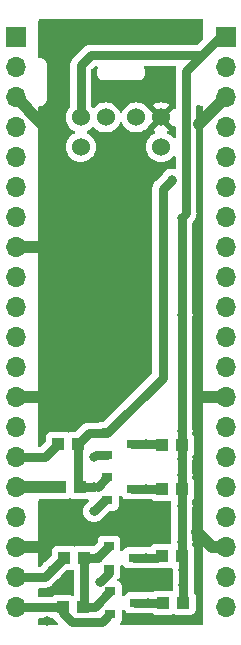
<source format=gbr>
%TF.GenerationSoftware,KiCad,Pcbnew,6.0.11+dfsg-1*%
%TF.CreationDate,2024-09-22T16:02:17-05:00*%
%TF.ProjectId,ps2_pico_hat,7073325f-7069-4636-9f5f-6861742e6b69,rev?*%
%TF.SameCoordinates,Original*%
%TF.FileFunction,Copper,L1,Top*%
%TF.FilePolarity,Positive*%
%FSLAX46Y46*%
G04 Gerber Fmt 4.6, Leading zero omitted, Abs format (unit mm)*
G04 Created by KiCad (PCBNEW 6.0.11+dfsg-1) date 2024-09-22 16:02:17*
%MOMM*%
%LPD*%
G01*
G04 APERTURE LIST*
%TA.AperFunction,ComponentPad*%
%ADD10R,1.700000X1.700000*%
%TD*%
%TA.AperFunction,ComponentPad*%
%ADD11O,1.700000X1.700000*%
%TD*%
%TA.AperFunction,SMDPad,CuDef*%
%ADD12R,1.100000X1.000000*%
%TD*%
%TA.AperFunction,SMDPad,CuDef*%
%ADD13R,0.900000X0.800000*%
%TD*%
%TA.AperFunction,ComponentPad*%
%ADD14C,1.524000*%
%TD*%
%TA.AperFunction,ViaPad*%
%ADD15C,0.800000*%
%TD*%
%TA.AperFunction,Conductor*%
%ADD16C,0.750000*%
%TD*%
%TA.AperFunction,Conductor*%
%ADD17C,0.250000*%
%TD*%
%TA.AperFunction,Conductor*%
%ADD18C,1.000000*%
%TD*%
G04 APERTURE END LIST*
D10*
%TO.P,J1,1,Pin_1*%
%TO.N,unconnected-(J1-Pad1)*%
X99949000Y-80010000D03*
D11*
%TO.P,J1,2,Pin_2*%
%TO.N,unconnected-(J1-Pad2)*%
X99949000Y-82550000D03*
%TO.P,J1,3,GND*%
%TO.N,/GND*%
X99949000Y-85090000D03*
%TO.P,J1,4,Pin_4*%
%TO.N,unconnected-(J1-Pad4)*%
X99949000Y-87630000D03*
%TO.P,J1,5,Pin_5*%
%TO.N,unconnected-(J1-Pad5)*%
X99949000Y-90170000D03*
%TO.P,J1,6,Pin_6*%
%TO.N,unconnected-(J1-Pad6)*%
X99949000Y-92710000D03*
%TO.P,J1,7,Pin_7*%
%TO.N,unconnected-(J1-Pad7)*%
X99949000Y-95250000D03*
%TO.P,J1,8,GND*%
%TO.N,/GND*%
X99949000Y-97790000D03*
%TO.P,J1,9,Pin_9*%
%TO.N,unconnected-(J1-Pad9)*%
X99949000Y-100330000D03*
%TO.P,J1,10,Pin_10*%
%TO.N,unconnected-(J1-Pad10)*%
X99949000Y-102870000D03*
%TO.P,J1,11,Pin_11*%
%TO.N,unconnected-(J1-Pad11)*%
X99949000Y-105410000D03*
%TO.P,J1,12,Pin_12*%
%TO.N,unconnected-(J1-Pad12)*%
X99949000Y-107950000D03*
%TO.P,J1,13,GND*%
%TO.N,/GND*%
X99949000Y-110490000D03*
%TO.P,J1,14,Pin_14*%
%TO.N,unconnected-(J1-Pad14)*%
X99949000Y-113030000D03*
%TO.P,J1,15,Pin_15*%
%TO.N,/LV1*%
X99949000Y-115570000D03*
%TO.P,J1,16,Pin_16*%
%TO.N,/LV2*%
X99949000Y-118110000D03*
%TO.P,J1,17,LV*%
%TO.N,LV*%
X99949000Y-120650000D03*
%TO.P,J1,18,GND*%
%TO.N,/GND*%
X99949000Y-123190000D03*
%TO.P,J1,19,Pin_19*%
%TO.N,/LV3*%
X99949000Y-125730000D03*
%TO.P,J1,20,Pin_20*%
%TO.N,/LV4*%
X99949000Y-128270000D03*
%TD*%
D12*
%TO.P,R7,1,1*%
%TO.N,HV*%
X114134000Y-127889000D03*
%TO.P,R7,2,2*%
%TO.N,/HV4*%
X112434000Y-127889000D03*
%TD*%
%TO.P,R6,1,1*%
%TO.N,LV*%
X105625000Y-128270000D03*
%TO.P,R6,2,2*%
%TO.N,/LV4*%
X103925000Y-128270000D03*
%TD*%
%TO.P,R1,1,1*%
%TO.N,LV*%
X105752000Y-124079000D03*
%TO.P,R1,2,2*%
%TO.N,/LV3*%
X104052000Y-124079000D03*
%TD*%
D13*
%TO.P,Q4,1,G*%
%TO.N,LV*%
X107839000Y-123129000D03*
%TO.P,Q4,2,S*%
%TO.N,/LV3*%
X107839000Y-125029000D03*
%TO.P,Q4,3,D*%
%TO.N,/HV3*%
X109939000Y-124079000D03*
%TD*%
%TO.P,Q1,1,G*%
%TO.N,LV*%
X107712000Y-113477000D03*
%TO.P,Q1,2,S*%
%TO.N,/LV1*%
X107712000Y-115377000D03*
%TO.P,Q1,3,D*%
%TO.N,/HV1*%
X109812000Y-114427000D03*
%TD*%
%TO.P,Q3,1,G*%
%TO.N,LV*%
X107712000Y-117287000D03*
%TO.P,Q3,2,S*%
%TO.N,/LV2*%
X107712000Y-119187000D03*
%TO.P,Q3,3,D*%
%TO.N,/HV2*%
X109812000Y-118237000D03*
%TD*%
D12*
%TO.P,R4,1,1*%
%TO.N,HV*%
X114007000Y-114554000D03*
%TO.P,R4,2,2*%
%TO.N,/HV1*%
X112307000Y-114554000D03*
%TD*%
%TO.P,R2,1,1*%
%TO.N,LV*%
X105371000Y-118110000D03*
%TO.P,R2,2,2*%
%TO.N,/LV2*%
X103671000Y-118110000D03*
%TD*%
D13*
%TO.P,Q2,1,G*%
%TO.N,LV*%
X107966000Y-126939000D03*
%TO.P,Q2,2,S*%
%TO.N,/LV4*%
X107966000Y-128839000D03*
%TO.P,Q2,3,D*%
%TO.N,/HV4*%
X110066000Y-127889000D03*
%TD*%
D11*
%TO.P,J3,21,Pin_21*%
%TO.N,unconnected-(J3-Pad21)*%
X117729000Y-128270000D03*
%TO.P,J3,22,Pin_22*%
%TO.N,unconnected-(J3-Pad22)*%
X117729000Y-125730000D03*
%TO.P,J3,23,GND*%
%TO.N,/GND*%
X117729000Y-123190000D03*
%TO.P,J3,24,Pin_24*%
%TO.N,unconnected-(J3-Pad24)*%
X117729000Y-120650000D03*
%TO.P,J3,25,Pin_25*%
%TO.N,unconnected-(J3-Pad25)*%
X117729000Y-118110000D03*
%TO.P,J3,26,Pin_26*%
%TO.N,unconnected-(J3-Pad26)*%
X117729000Y-115570000D03*
%TO.P,J3,27,Pin_27*%
%TO.N,unconnected-(J3-Pad27)*%
X117729000Y-113030000D03*
%TO.P,J3,28,GND*%
%TO.N,/GND*%
X117729000Y-110490000D03*
%TO.P,J3,29,Pin_29*%
%TO.N,unconnected-(J3-Pad29)*%
X117729000Y-107950000D03*
%TO.P,J3,30,Pin_30*%
%TO.N,unconnected-(J3-Pad30)*%
X117729000Y-105410000D03*
%TO.P,J3,31,Pin_31*%
%TO.N,unconnected-(J3-Pad31)*%
X117729000Y-102870000D03*
%TO.P,J3,32,Pin_32*%
%TO.N,unconnected-(J3-Pad32)*%
X117729000Y-100330000D03*
%TO.P,J3,33,Pin_33*%
%TO.N,unconnected-(J3-Pad33)*%
X117729000Y-97790000D03*
%TO.P,J3,34,Pin_34*%
%TO.N,unconnected-(J3-Pad34)*%
X117729000Y-95250000D03*
%TO.P,J3,35,Pin_35*%
%TO.N,unconnected-(J3-Pad35)*%
X117729000Y-92710000D03*
%TO.P,J3,36,LV*%
%TO.N,LV*%
X117729000Y-90170000D03*
%TO.P,J3,37,Pin_37*%
%TO.N,unconnected-(J3-Pad37)*%
X117729000Y-87630000D03*
%TO.P,J3,38,GND*%
%TO.N,/GND*%
X117729000Y-85090000D03*
%TO.P,J3,39,Pin_39*%
%TO.N,unconnected-(J3-Pad39)*%
X117729000Y-82550000D03*
D10*
%TO.P,J3,40,Pin_40*%
%TO.N,HV*%
X117729000Y-80010000D03*
%TD*%
D12*
%TO.P,R5,1,1*%
%TO.N,HV*%
X114007000Y-123952000D03*
%TO.P,R5,2,2*%
%TO.N,/HV3*%
X112307000Y-123952000D03*
%TD*%
%TO.P,R3,1,1*%
%TO.N,LV*%
X105244000Y-114427000D03*
%TO.P,R3,2,2*%
%TO.N,/LV1*%
X103544000Y-114427000D03*
%TD*%
%TO.P,R8,1,1*%
%TO.N,HV*%
X114007000Y-118237000D03*
%TO.P,R8,2,2*%
%TO.N,/HV2*%
X112307000Y-118237000D03*
%TD*%
D14*
%TO.P,Mini-DIN-6,1*%
%TO.N,/HV3*%
X107550000Y-86800000D03*
%TO.P,Mini-DIN-6,2*%
%TO.N,/HV1*%
X110150000Y-86800000D03*
%TO.P,Mini-DIN-6,3*%
%TO.N,HV*%
X105450000Y-86800000D03*
%TO.P,Mini-DIN-6,4*%
%TO.N,/GND*%
X112250000Y-86800000D03*
%TO.P,Mini-DIN-6,5*%
%TO.N,/HV4*%
X105450000Y-89300000D03*
%TO.P,Mini-DIN-6,6*%
%TO.N,/HV2*%
X112250000Y-89300000D03*
%TD*%
D15*
%TO.N,/LV3*%
X103016500Y-125114500D03*
X107061000Y-126111000D03*
%TO.N,/GND*%
X115316000Y-121920000D03*
X115189000Y-129159000D03*
X107188000Y-88900000D03*
X111633000Y-84582000D03*
X102108000Y-87249000D03*
X115443000Y-110490000D03*
X110871000Y-125857000D03*
X115443000Y-87376000D03*
X102616000Y-129413000D03*
X102235000Y-123190000D03*
X102870000Y-97790000D03*
X102362000Y-110490000D03*
X106426000Y-104394000D03*
X106299000Y-111633000D03*
X104902000Y-92710000D03*
X113538000Y-79756000D03*
X103505000Y-80391000D03*
X104521000Y-119761000D03*
X104013000Y-126492000D03*
%TO.N,LV*%
X106553000Y-118110000D03*
X113157000Y-92075000D03*
X106911500Y-124056500D03*
%TO.N,/LV2*%
X106553000Y-120142000D03*
X102362000Y-118110000D03*
%TO.N,/LV1*%
X106553000Y-115570000D03*
X102401000Y-115570000D03*
%TO.N,/HV1*%
X110998000Y-114427000D03*
%TO.N,/HV2*%
X110998000Y-118237000D03*
%TO.N,/HV3*%
X110998000Y-124079000D03*
%TO.N,/HV4*%
X111125000Y-127889000D03*
%TO.N,HV*%
X114007000Y-122721000D03*
X114007000Y-117094000D03*
X114007000Y-119673000D03*
X114007000Y-113372000D03*
X114007000Y-95289000D03*
X114007000Y-103544000D03*
X114007000Y-115736000D03*
X114134000Y-126404000D03*
X114134000Y-125095000D03*
%TD*%
D16*
%TO.N,/LV4*%
X107215000Y-129540000D02*
X107656800Y-129098200D01*
X104688600Y-129540000D02*
X107215000Y-129540000D01*
X99949000Y-128270000D02*
X103925000Y-128270000D01*
X103925000Y-128270000D02*
X103925000Y-128776400D01*
X103925000Y-128776400D02*
X104688600Y-129540000D01*
D17*
X107966000Y-128839000D02*
X107916000Y-128839000D01*
X107916000Y-128839000D02*
X107656800Y-129098200D01*
D16*
%TO.N,/LV3*%
X104052000Y-124079000D02*
X103016500Y-125114500D01*
D17*
X107839000Y-125029000D02*
X107839000Y-125333000D01*
D16*
X103016500Y-125114500D02*
X102401000Y-125730000D01*
X102401000Y-125730000D02*
X99949000Y-125730000D01*
X107839000Y-125333000D02*
X107061000Y-126111000D01*
D18*
%TO.N,/GND*%
X99949000Y-123190000D02*
X102235000Y-123190000D01*
X99949000Y-110490000D02*
X102362000Y-110490000D01*
X117729000Y-85090000D02*
X115443000Y-87376000D01*
X116586000Y-123190000D02*
X115316000Y-121920000D01*
X117729000Y-110490000D02*
X115443000Y-110490000D01*
X99949000Y-85090000D02*
X102108000Y-87249000D01*
X117729000Y-123190000D02*
X116586000Y-123190000D01*
X99949000Y-97790000D02*
X102870000Y-97790000D01*
D16*
%TO.N,LV*%
X112395000Y-108839000D02*
X107757000Y-113477000D01*
X105244000Y-114427000D02*
X105244000Y-117983000D01*
X105752000Y-124079000D02*
X106889000Y-124079000D01*
X107651000Y-113538000D02*
X107712000Y-113477000D01*
X112395000Y-92837000D02*
X112395000Y-108839000D01*
X106133000Y-113538000D02*
X107651000Y-113538000D01*
D17*
X105752000Y-128143000D02*
X105625000Y-128270000D01*
D16*
X113157000Y-92075000D02*
X112395000Y-92837000D01*
X105371000Y-118110000D02*
X106553000Y-118110000D01*
D17*
X106553000Y-118110000D02*
X106889000Y-118110000D01*
X106889000Y-124079000D02*
X106911500Y-124056500D01*
X105244000Y-117983000D02*
X105371000Y-118110000D01*
D16*
X106635000Y-128270000D02*
X107966000Y-126939000D01*
X105625000Y-128270000D02*
X106635000Y-128270000D01*
X106911500Y-124056500D02*
X107839000Y-123129000D01*
X107757000Y-113477000D02*
X107712000Y-113477000D01*
X106889000Y-118110000D02*
X107712000Y-117287000D01*
X105244000Y-114427000D02*
X106133000Y-113538000D01*
X105752000Y-124079000D02*
X105752000Y-128143000D01*
D18*
%TO.N,/LV2*%
X103671000Y-118110000D02*
X102362000Y-118110000D01*
D17*
X107712000Y-119187000D02*
X107508000Y-119187000D01*
D16*
X107508000Y-119187000D02*
X106553000Y-120142000D01*
D18*
X102362000Y-118110000D02*
X99949000Y-118110000D01*
D17*
%TO.N,/LV1*%
X106553000Y-115570000D02*
X106746000Y-115377000D01*
D16*
X103544000Y-114427000D02*
X102401000Y-115570000D01*
X106746000Y-115377000D02*
X107712000Y-115377000D01*
X102401000Y-115570000D02*
X99949000Y-115570000D01*
%TO.N,/HV1*%
X109812000Y-114427000D02*
X110998000Y-114427000D01*
X110998000Y-114427000D02*
X112053000Y-114427000D01*
%TO.N,/HV2*%
X109812000Y-118237000D02*
X110998000Y-118237000D01*
X110998000Y-118237000D02*
X112053000Y-118237000D01*
%TO.N,/HV3*%
X110998000Y-124079000D02*
X111926000Y-124079000D01*
X109939000Y-124079000D02*
X110998000Y-124079000D01*
D17*
X111926000Y-124079000D02*
X112053000Y-124206000D01*
%TO.N,/HV4*%
X112053000Y-127889000D02*
X112180000Y-128016000D01*
D16*
X111125000Y-127889000D02*
X112053000Y-127889000D01*
X110066000Y-127889000D02*
X111125000Y-127889000D01*
%TO.N,HV*%
X114134000Y-126404000D02*
X114134000Y-125095000D01*
X114007000Y-117094000D02*
X114007000Y-115736000D01*
X115697000Y-81534000D02*
X114364800Y-82866200D01*
X105450000Y-82383000D02*
X106299000Y-81534000D01*
D17*
X114134000Y-124079000D02*
X114007000Y-123952000D01*
D16*
X115697000Y-81534000D02*
X117221000Y-80010000D01*
X114134000Y-127889000D02*
X114134000Y-126404000D01*
X114134000Y-125095000D02*
X114134000Y-124079000D01*
X117729000Y-80010000D02*
X117265986Y-80010000D01*
X114007000Y-122721000D02*
X114007000Y-118237000D01*
X106299000Y-81534000D02*
X115697000Y-81534000D01*
X114007000Y-115736000D02*
X114007000Y-114554000D01*
X114007000Y-95289000D02*
X114007000Y-103544000D01*
X114007000Y-103544000D02*
X114007000Y-114554000D01*
X105450000Y-86800000D02*
X105450000Y-82383000D01*
X117221000Y-80010000D02*
X117729000Y-80010000D01*
X114007000Y-118237000D02*
X114007000Y-117094000D01*
X114007000Y-123952000D02*
X114007000Y-122721000D01*
X114364800Y-94931200D02*
X114007000Y-95289000D01*
X114364800Y-82866200D02*
X114364800Y-94931200D01*
%TD*%
%TA.AperFunction,Conductor*%
%TO.N,/GND*%
G36*
X103064889Y-129173502D02*
G01*
X103072333Y-129178674D01*
X103128295Y-129220615D01*
X103136696Y-129223764D01*
X103140478Y-129225835D01*
X103178679Y-129261273D01*
X103179954Y-129260240D01*
X103188391Y-129270659D01*
X103199589Y-129286952D01*
X103206296Y-129298569D01*
X103210713Y-129303475D01*
X103210717Y-129303480D01*
X103250747Y-129347938D01*
X103255031Y-129352954D01*
X103258077Y-129356715D01*
X103267528Y-129368386D01*
X103281573Y-129382431D01*
X103286114Y-129387216D01*
X103330566Y-129436585D01*
X103341426Y-129444475D01*
X103356454Y-129457312D01*
X103477547Y-129578405D01*
X103511573Y-129640717D01*
X103506508Y-129711532D01*
X103463961Y-129768368D01*
X103397441Y-129793179D01*
X103388452Y-129793500D01*
X101980000Y-129793500D01*
X101911879Y-129773498D01*
X101865386Y-129719842D01*
X101854000Y-129667500D01*
X101854000Y-129279500D01*
X101874002Y-129211379D01*
X101927658Y-129164886D01*
X101980000Y-129153500D01*
X102996768Y-129153500D01*
X103064889Y-129173502D01*
G37*
%TD.AperFunction*%
%TA.AperFunction,Conductor*%
G36*
X115427064Y-85761523D02*
G01*
X115434515Y-85766352D01*
X115443108Y-85768922D01*
X115443113Y-85768924D01*
X115459120Y-85773711D01*
X115476564Y-85780372D01*
X115491676Y-85787467D01*
X115491678Y-85787468D01*
X115499800Y-85791281D01*
X115508667Y-85792662D01*
X115508668Y-85792662D01*
X115511353Y-85793080D01*
X115529017Y-85795830D01*
X115545732Y-85799613D01*
X115565466Y-85805515D01*
X115565472Y-85805516D01*
X115574066Y-85808086D01*
X115583037Y-85808141D01*
X115583038Y-85808141D01*
X115593097Y-85808202D01*
X115608506Y-85808296D01*
X115609289Y-85808329D01*
X115610386Y-85808500D01*
X115641377Y-85808500D01*
X115642147Y-85808502D01*
X115698770Y-85808848D01*
X115766767Y-85829266D01*
X115812931Y-85883205D01*
X115824000Y-85934846D01*
X115824000Y-129667500D01*
X115803998Y-129735621D01*
X115750342Y-129782114D01*
X115698000Y-129793500D01*
X108887826Y-129793500D01*
X108819705Y-129773498D01*
X108773212Y-129719842D01*
X108763108Y-129649568D01*
X108787000Y-129591935D01*
X108861229Y-129492891D01*
X108866615Y-129485705D01*
X108917745Y-129349316D01*
X108924500Y-129287134D01*
X108924500Y-128585592D01*
X108944502Y-128517471D01*
X108998158Y-128470978D01*
X109068432Y-128460874D01*
X109133012Y-128490368D01*
X109161019Y-128525082D01*
X109162236Y-128527304D01*
X109165385Y-128535705D01*
X109252739Y-128652261D01*
X109369295Y-128739615D01*
X109505684Y-128790745D01*
X109567866Y-128797500D01*
X110564134Y-128797500D01*
X110626316Y-128790745D01*
X110653596Y-128780518D01*
X110697826Y-128772500D01*
X110898653Y-128772500D01*
X110924850Y-128775253D01*
X111023056Y-128796128D01*
X111023061Y-128796128D01*
X111029513Y-128797500D01*
X111220487Y-128797500D01*
X111226939Y-128796128D01*
X111226944Y-128796128D01*
X111325150Y-128775253D01*
X111351347Y-128772500D01*
X111505768Y-128772500D01*
X111573889Y-128792502D01*
X111581333Y-128797674D01*
X111630108Y-128834229D01*
X111630110Y-128834230D01*
X111637295Y-128839615D01*
X111773684Y-128890745D01*
X111835866Y-128897500D01*
X113032134Y-128897500D01*
X113094316Y-128890745D01*
X113141586Y-128873024D01*
X113222301Y-128842766D01*
X113222304Y-128842764D01*
X113230705Y-128839615D01*
X113231024Y-128840466D01*
X113292849Y-128826945D01*
X113337166Y-128839958D01*
X113337295Y-128839615D01*
X113341981Y-128841372D01*
X113341985Y-128841373D01*
X113345696Y-128842764D01*
X113345699Y-128842766D01*
X113426414Y-128873024D01*
X113473684Y-128890745D01*
X113535866Y-128897500D01*
X114732134Y-128897500D01*
X114794316Y-128890745D01*
X114930705Y-128839615D01*
X115047261Y-128752261D01*
X115134615Y-128635705D01*
X115185745Y-128499316D01*
X115192500Y-128437134D01*
X115192500Y-127340866D01*
X115185745Y-127278684D01*
X115134615Y-127142295D01*
X115047261Y-127025739D01*
X115048865Y-127024537D01*
X115020379Y-126972370D01*
X115017500Y-126945587D01*
X115017500Y-126644790D01*
X115023667Y-126605854D01*
X115025502Y-126600206D01*
X115027542Y-126593928D01*
X115030996Y-126561071D01*
X115046814Y-126410565D01*
X115047504Y-126404000D01*
X115038580Y-126319093D01*
X115028232Y-126220635D01*
X115028232Y-126220633D01*
X115027542Y-126214072D01*
X115023667Y-126202146D01*
X115017500Y-126163210D01*
X115017500Y-125335790D01*
X115023667Y-125296854D01*
X115025502Y-125291206D01*
X115027542Y-125284928D01*
X115044390Y-125124633D01*
X115046814Y-125101565D01*
X115047504Y-125095000D01*
X115038747Y-125011682D01*
X115028232Y-124911635D01*
X115028232Y-124911633D01*
X115027542Y-124905072D01*
X115023667Y-124893146D01*
X115017500Y-124854210D01*
X115017500Y-124695178D01*
X115025518Y-124650949D01*
X115055973Y-124569711D01*
X115055973Y-124569709D01*
X115058745Y-124562316D01*
X115065500Y-124500134D01*
X115065500Y-123403866D01*
X115058745Y-123341684D01*
X115007615Y-123205295D01*
X114920261Y-123088739D01*
X114921865Y-123087537D01*
X114893379Y-123035370D01*
X114890500Y-123008587D01*
X114890500Y-122961790D01*
X114896667Y-122922854D01*
X114898502Y-122917206D01*
X114900542Y-122910928D01*
X114920504Y-122721000D01*
X114900542Y-122531072D01*
X114896667Y-122519146D01*
X114890500Y-122480210D01*
X114890500Y-119913790D01*
X114896667Y-119874854D01*
X114898502Y-119869206D01*
X114900542Y-119862928D01*
X114903614Y-119833705D01*
X114919814Y-119679565D01*
X114920504Y-119673000D01*
X114900542Y-119483072D01*
X114896667Y-119471146D01*
X114890500Y-119432210D01*
X114890500Y-119180413D01*
X114910502Y-119112292D01*
X114920102Y-119100380D01*
X114920261Y-119100261D01*
X114927377Y-119090767D01*
X115002229Y-118990891D01*
X115007615Y-118983705D01*
X115058745Y-118847316D01*
X115065500Y-118785134D01*
X115065500Y-117688866D01*
X115058745Y-117626684D01*
X115007615Y-117490295D01*
X114933776Y-117391771D01*
X114923795Y-117378454D01*
X114898947Y-117311947D01*
X114900874Y-117283963D01*
X114900542Y-117283928D01*
X114919814Y-117100565D01*
X114920504Y-117094000D01*
X114911883Y-117011973D01*
X114901232Y-116910635D01*
X114901232Y-116910633D01*
X114900542Y-116904072D01*
X114896667Y-116892146D01*
X114890500Y-116853210D01*
X114890500Y-115976790D01*
X114896667Y-115937854D01*
X114898502Y-115932206D01*
X114900542Y-115925928D01*
X114920504Y-115736000D01*
X114912817Y-115662860D01*
X114901232Y-115552635D01*
X114901232Y-115552633D01*
X114900542Y-115546072D01*
X114897208Y-115535811D01*
X114897138Y-115533378D01*
X114897129Y-115533334D01*
X114897137Y-115533332D01*
X114895179Y-115464845D01*
X114921827Y-115418434D01*
X114920261Y-115417261D01*
X114962475Y-115360935D01*
X115007615Y-115300705D01*
X115058745Y-115164316D01*
X115065500Y-115102134D01*
X115065500Y-114005866D01*
X115058745Y-113943684D01*
X115007615Y-113807295D01*
X114920261Y-113690739D01*
X114922039Y-113689406D01*
X114893919Y-113637910D01*
X114897208Y-113572189D01*
X114900542Y-113561928D01*
X114904397Y-113525255D01*
X114919814Y-113378565D01*
X114920504Y-113372000D01*
X114900542Y-113182072D01*
X114896667Y-113170146D01*
X114890500Y-113131210D01*
X114890500Y-103784790D01*
X114896667Y-103745854D01*
X114898502Y-103740206D01*
X114900542Y-103733928D01*
X114920504Y-103544000D01*
X114900542Y-103354072D01*
X114896667Y-103342146D01*
X114890500Y-103303210D01*
X114890500Y-95707147D01*
X114910502Y-95639026D01*
X114927405Y-95618052D01*
X114933342Y-95612115D01*
X114948377Y-95599274D01*
X114953884Y-95595273D01*
X114953890Y-95595268D01*
X114959234Y-95591385D01*
X115003694Y-95542007D01*
X115008235Y-95537222D01*
X115022272Y-95523185D01*
X115034769Y-95507753D01*
X115039053Y-95502738D01*
X115079083Y-95458280D01*
X115079087Y-95458275D01*
X115083504Y-95453369D01*
X115090212Y-95441751D01*
X115101407Y-95425463D01*
X115105690Y-95420174D01*
X115105691Y-95420173D01*
X115109848Y-95415039D01*
X115140014Y-95355834D01*
X115143137Y-95350081D01*
X115176364Y-95292531D01*
X115178406Y-95286247D01*
X115178408Y-95286242D01*
X115180508Y-95279779D01*
X115188072Y-95261517D01*
X115191163Y-95255451D01*
X115191166Y-95255442D01*
X115194162Y-95249563D01*
X115211356Y-95185396D01*
X115213222Y-95179094D01*
X115233754Y-95115902D01*
X115235155Y-95102572D01*
X115238758Y-95083129D01*
X115242230Y-95070171D01*
X115245707Y-95003828D01*
X115246224Y-94997259D01*
X115247956Y-94980777D01*
X115248300Y-94977506D01*
X115248300Y-94957645D01*
X115248473Y-94951050D01*
X115251605Y-94891298D01*
X115251605Y-94891294D01*
X115251950Y-94884707D01*
X115249851Y-94871453D01*
X115248300Y-94851744D01*
X115248300Y-85875928D01*
X115268302Y-85807807D01*
X115321958Y-85761314D01*
X115392232Y-85751210D01*
X115427064Y-85761523D01*
G37*
%TD.AperFunction*%
%TA.AperFunction,Conductor*%
G36*
X104784255Y-125083187D02*
G01*
X104841898Y-125124633D01*
X104867983Y-125190665D01*
X104868500Y-125202067D01*
X104868500Y-127192618D01*
X104848498Y-127260739D01*
X104794842Y-127307232D01*
X104724568Y-127317336D01*
X104698273Y-127310601D01*
X104585316Y-127268255D01*
X104523134Y-127261500D01*
X103326866Y-127261500D01*
X103264684Y-127268255D01*
X103128295Y-127319385D01*
X103121110Y-127324770D01*
X103121108Y-127324771D01*
X103072333Y-127361326D01*
X103005826Y-127386174D01*
X102996768Y-127386500D01*
X101980000Y-127386500D01*
X101911879Y-127366498D01*
X101865386Y-127312842D01*
X101854000Y-127260500D01*
X101854000Y-126739500D01*
X101874002Y-126671379D01*
X101927658Y-126624886D01*
X101980000Y-126613500D01*
X102321543Y-126613500D01*
X102341255Y-126615051D01*
X102354507Y-126617150D01*
X102361094Y-126616805D01*
X102361098Y-126616805D01*
X102420850Y-126613673D01*
X102427445Y-126613500D01*
X102447306Y-126613500D01*
X102467069Y-126611423D01*
X102473628Y-126610907D01*
X102489427Y-126610079D01*
X102533377Y-126607776D01*
X102533381Y-126607775D01*
X102539971Y-126607430D01*
X102552929Y-126603958D01*
X102572372Y-126600355D01*
X102572795Y-126600311D01*
X102585702Y-126598954D01*
X102648894Y-126578422D01*
X102655196Y-126576556D01*
X102712985Y-126561071D01*
X102719363Y-126559362D01*
X102725242Y-126556366D01*
X102725251Y-126556363D01*
X102731317Y-126553272D01*
X102749579Y-126545708D01*
X102756043Y-126543608D01*
X102756051Y-126543605D01*
X102762331Y-126541564D01*
X102768050Y-126538262D01*
X102768055Y-126538260D01*
X102819867Y-126508346D01*
X102825637Y-126505213D01*
X102884839Y-126475047D01*
X102895259Y-126466609D01*
X102911552Y-126455411D01*
X102911903Y-126455209D01*
X102923169Y-126448704D01*
X102928075Y-126444287D01*
X102928080Y-126444283D01*
X102972538Y-126404253D01*
X102977554Y-126399969D01*
X102990409Y-126389559D01*
X102990412Y-126389556D01*
X102992986Y-126387472D01*
X103007031Y-126373427D01*
X103011816Y-126368886D01*
X103056274Y-126328856D01*
X103056275Y-126328855D01*
X103061185Y-126324434D01*
X103069075Y-126313574D01*
X103081912Y-126298546D01*
X103472045Y-125908413D01*
X103487079Y-125895572D01*
X103587158Y-125822860D01*
X103627753Y-125793366D01*
X103755540Y-125651444D01*
X103783482Y-125603047D01*
X103803506Y-125576952D01*
X104256053Y-125124405D01*
X104318365Y-125090379D01*
X104345148Y-125087500D01*
X104650134Y-125087500D01*
X104712316Y-125080745D01*
X104715395Y-125079591D01*
X104784255Y-125083187D01*
G37*
%TD.AperFunction*%
%TA.AperFunction,Conductor*%
G36*
X109006012Y-124680368D02*
G01*
X109034019Y-124715082D01*
X109035236Y-124717304D01*
X109038385Y-124725705D01*
X109125739Y-124842261D01*
X109242295Y-124929615D01*
X109378684Y-124980745D01*
X109440866Y-124987500D01*
X110437134Y-124987500D01*
X110499316Y-124980745D01*
X110526596Y-124970518D01*
X110570826Y-124962500D01*
X110771653Y-124962500D01*
X110797850Y-124965253D01*
X110896056Y-124986128D01*
X110896061Y-124986128D01*
X110902513Y-124987500D01*
X111093487Y-124987500D01*
X111099939Y-124986128D01*
X111099944Y-124986128D01*
X111198150Y-124965253D01*
X111224347Y-124962500D01*
X111972306Y-124962500D01*
X111984770Y-124961190D01*
X111997940Y-124960500D01*
X112905134Y-124960500D01*
X112967316Y-124953745D01*
X113055493Y-124920689D01*
X113126299Y-124915506D01*
X113188668Y-124949427D01*
X113222798Y-125011682D01*
X113225032Y-125051841D01*
X113220496Y-125095000D01*
X113221186Y-125101565D01*
X113223611Y-125124633D01*
X113240458Y-125284928D01*
X113242498Y-125291206D01*
X113244333Y-125296854D01*
X113250500Y-125335790D01*
X113250500Y-126163210D01*
X113244333Y-126202146D01*
X113240458Y-126214072D01*
X113239768Y-126220633D01*
X113239768Y-126220635D01*
X113229420Y-126319093D01*
X113220496Y-126404000D01*
X113221186Y-126410565D01*
X113237005Y-126561071D01*
X113240458Y-126593928D01*
X113242498Y-126600206D01*
X113244333Y-126605854D01*
X113250500Y-126644790D01*
X113250500Y-126765933D01*
X113230498Y-126834054D01*
X113176842Y-126880547D01*
X113106568Y-126890651D01*
X113100079Y-126889415D01*
X113094316Y-126887255D01*
X113032134Y-126880500D01*
X111835866Y-126880500D01*
X111773684Y-126887255D01*
X111637295Y-126938385D01*
X111630110Y-126943770D01*
X111630108Y-126943771D01*
X111581333Y-126980326D01*
X111514826Y-127005174D01*
X111505768Y-127005500D01*
X111351347Y-127005500D01*
X111325150Y-127002747D01*
X111226944Y-126981872D01*
X111226939Y-126981872D01*
X111220487Y-126980500D01*
X111029513Y-126980500D01*
X111023061Y-126981872D01*
X111023056Y-126981872D01*
X110924850Y-127002747D01*
X110898653Y-127005500D01*
X110697826Y-127005500D01*
X110653596Y-126997482D01*
X110626316Y-126987255D01*
X110564134Y-126980500D01*
X109567866Y-126980500D01*
X109505684Y-126987255D01*
X109369295Y-127038385D01*
X109252739Y-127125739D01*
X109165385Y-127242295D01*
X109162236Y-127250696D01*
X109161019Y-127252918D01*
X109110760Y-127303064D01*
X109041369Y-127318077D01*
X108974877Y-127293191D01*
X108932395Y-127236307D01*
X108924500Y-127192408D01*
X108924500Y-126490866D01*
X108917745Y-126428684D01*
X108866615Y-126292295D01*
X108779261Y-126175739D01*
X108662705Y-126088385D01*
X108651846Y-126084314D01*
X108607865Y-126067826D01*
X108551100Y-126025184D01*
X108526401Y-125958622D01*
X108541609Y-125889273D01*
X108576530Y-125849018D01*
X108645081Y-125797642D01*
X108652261Y-125792261D01*
X108739615Y-125675705D01*
X108790745Y-125539316D01*
X108797500Y-125477134D01*
X108797500Y-124775592D01*
X108817502Y-124707471D01*
X108871158Y-124660978D01*
X108941432Y-124650874D01*
X109006012Y-124680368D01*
G37*
%TD.AperFunction*%
%TA.AperFunction,Conductor*%
G36*
X108879012Y-118838368D02*
G01*
X108907019Y-118873082D01*
X108908236Y-118875304D01*
X108911385Y-118883705D01*
X108998739Y-119000261D01*
X109115295Y-119087615D01*
X109251684Y-119138745D01*
X109313866Y-119145500D01*
X110310134Y-119145500D01*
X110372316Y-119138745D01*
X110399596Y-119128518D01*
X110443826Y-119120500D01*
X110771653Y-119120500D01*
X110797850Y-119123253D01*
X110896056Y-119144128D01*
X110896061Y-119144128D01*
X110902513Y-119145500D01*
X111093487Y-119145500D01*
X111099939Y-119144128D01*
X111099944Y-119144128D01*
X111198150Y-119123253D01*
X111224347Y-119120500D01*
X111378768Y-119120500D01*
X111446889Y-119140502D01*
X111454333Y-119145674D01*
X111503108Y-119182229D01*
X111503110Y-119182230D01*
X111510295Y-119187615D01*
X111646684Y-119238745D01*
X111708866Y-119245500D01*
X112905134Y-119245500D01*
X112967316Y-119238745D01*
X112970395Y-119237591D01*
X113039255Y-119241187D01*
X113096898Y-119282633D01*
X113122983Y-119348665D01*
X113123500Y-119360067D01*
X113123500Y-119432210D01*
X113117333Y-119471146D01*
X113113458Y-119483072D01*
X113093496Y-119673000D01*
X113094186Y-119679565D01*
X113110387Y-119833705D01*
X113113458Y-119862928D01*
X113115498Y-119869206D01*
X113117333Y-119874854D01*
X113123500Y-119913790D01*
X113123500Y-122480210D01*
X113117333Y-122519146D01*
X113113458Y-122531072D01*
X113093496Y-122721000D01*
X113094186Y-122727564D01*
X113103005Y-122811470D01*
X113090233Y-122881309D01*
X113041731Y-122933155D01*
X112972898Y-122950550D01*
X112964088Y-122949904D01*
X112908533Y-122943869D01*
X112908529Y-122943869D01*
X112905134Y-122943500D01*
X111708866Y-122943500D01*
X111646684Y-122950255D01*
X111510295Y-123001385D01*
X111393739Y-123088739D01*
X111365899Y-123125886D01*
X111351525Y-123145065D01*
X111294666Y-123187580D01*
X111250699Y-123195500D01*
X111224347Y-123195500D01*
X111198150Y-123192747D01*
X111099944Y-123171872D01*
X111099939Y-123171872D01*
X111093487Y-123170500D01*
X110902513Y-123170500D01*
X110896061Y-123171872D01*
X110896056Y-123171872D01*
X110797850Y-123192747D01*
X110771653Y-123195500D01*
X110570826Y-123195500D01*
X110526596Y-123187482D01*
X110499316Y-123177255D01*
X110437134Y-123170500D01*
X109440866Y-123170500D01*
X109378684Y-123177255D01*
X109242295Y-123228385D01*
X109125739Y-123315739D01*
X109038385Y-123432295D01*
X109035236Y-123440696D01*
X109034019Y-123442918D01*
X108983760Y-123493064D01*
X108914369Y-123508077D01*
X108847877Y-123483191D01*
X108805395Y-123426307D01*
X108797500Y-123382408D01*
X108797500Y-122680866D01*
X108790745Y-122618684D01*
X108739615Y-122482295D01*
X108652261Y-122365739D01*
X108535705Y-122278385D01*
X108399316Y-122227255D01*
X108337134Y-122220500D01*
X107340866Y-122220500D01*
X107278684Y-122227255D01*
X107142295Y-122278385D01*
X107025739Y-122365739D01*
X106938385Y-122482295D01*
X106887255Y-122618684D01*
X106880500Y-122680866D01*
X106880500Y-122785852D01*
X106860498Y-122853973D01*
X106843595Y-122874947D01*
X106636218Y-123082324D01*
X106573906Y-123116350D01*
X106502893Y-123111211D01*
X106462102Y-123095919D01*
X106412316Y-123077255D01*
X106350134Y-123070500D01*
X105153866Y-123070500D01*
X105091684Y-123077255D01*
X105044414Y-123094976D01*
X104963699Y-123125234D01*
X104963696Y-123125236D01*
X104955295Y-123128385D01*
X104954976Y-123127534D01*
X104893151Y-123141055D01*
X104848834Y-123128042D01*
X104848705Y-123128385D01*
X104844019Y-123126628D01*
X104844015Y-123126627D01*
X104840304Y-123125236D01*
X104840301Y-123125234D01*
X104759586Y-123094976D01*
X104712316Y-123077255D01*
X104650134Y-123070500D01*
X103453866Y-123070500D01*
X103391684Y-123077255D01*
X103255295Y-123128385D01*
X103138739Y-123215739D01*
X103051385Y-123332295D01*
X103000255Y-123468684D01*
X102993500Y-123530866D01*
X102993500Y-123835852D01*
X102973498Y-123903973D01*
X102956595Y-123924947D01*
X102560955Y-124320587D01*
X102545922Y-124333427D01*
X102405247Y-124435634D01*
X102400826Y-124440544D01*
X102400825Y-124440545D01*
X102284524Y-124569711D01*
X102277460Y-124577556D01*
X102252644Y-124620539D01*
X102249518Y-124625953D01*
X102229494Y-124652048D01*
X102071947Y-124809595D01*
X102009635Y-124843621D01*
X101982852Y-124846500D01*
X101980000Y-124846500D01*
X101911879Y-124826498D01*
X101865386Y-124772842D01*
X101854000Y-124720500D01*
X101854000Y-119244500D01*
X101874002Y-119176379D01*
X101927658Y-119129886D01*
X101980000Y-119118500D01*
X104269134Y-119118500D01*
X104331316Y-119111745D01*
X104410050Y-119082229D01*
X104459301Y-119063766D01*
X104459304Y-119063764D01*
X104467705Y-119060615D01*
X104468024Y-119061466D01*
X104529849Y-119047945D01*
X104574166Y-119060958D01*
X104574295Y-119060615D01*
X104578981Y-119062372D01*
X104578985Y-119062373D01*
X104582696Y-119063764D01*
X104582699Y-119063766D01*
X104631950Y-119082229D01*
X104710684Y-119111745D01*
X104772866Y-119118500D01*
X105969134Y-119118500D01*
X105972529Y-119118131D01*
X105972533Y-119118131D01*
X106014960Y-119113522D01*
X106084842Y-119126050D01*
X106136858Y-119174371D01*
X106154492Y-119243143D01*
X106132145Y-119310531D01*
X106117662Y-119327880D01*
X106097455Y-119348087D01*
X106082422Y-119360927D01*
X105941747Y-119463134D01*
X105813960Y-119605056D01*
X105718473Y-119770444D01*
X105659458Y-119952072D01*
X105639496Y-120142000D01*
X105659458Y-120331928D01*
X105718473Y-120513556D01*
X105813960Y-120678944D01*
X105941747Y-120820866D01*
X106096248Y-120933118D01*
X106102276Y-120935802D01*
X106102278Y-120935803D01*
X106264681Y-121008109D01*
X106270712Y-121010794D01*
X106364112Y-121030647D01*
X106451056Y-121049128D01*
X106451061Y-121049128D01*
X106457513Y-121050500D01*
X106648487Y-121050500D01*
X106654939Y-121049128D01*
X106654944Y-121049128D01*
X106741888Y-121030647D01*
X106835288Y-121010794D01*
X106841319Y-121008109D01*
X107003722Y-120935803D01*
X107003724Y-120935802D01*
X107009752Y-120933118D01*
X107164253Y-120820866D01*
X107292040Y-120678944D01*
X107319982Y-120630547D01*
X107340006Y-120604452D01*
X107812053Y-120132405D01*
X107874365Y-120098379D01*
X107901148Y-120095500D01*
X108210134Y-120095500D01*
X108272316Y-120088745D01*
X108408705Y-120037615D01*
X108525261Y-119950261D01*
X108612615Y-119833705D01*
X108663745Y-119697316D01*
X108670500Y-119635134D01*
X108670500Y-118933592D01*
X108690502Y-118865471D01*
X108744158Y-118818978D01*
X108814432Y-118808874D01*
X108879012Y-118838368D01*
G37*
%TD.AperFunction*%
%TA.AperFunction,Conductor*%
G36*
X115766121Y-78506502D02*
G01*
X115812614Y-78560158D01*
X115824000Y-78612500D01*
X115824000Y-80105352D01*
X115803998Y-80173473D01*
X115787095Y-80194447D01*
X115367947Y-80613595D01*
X115305635Y-80647621D01*
X115278852Y-80650500D01*
X106378450Y-80650500D01*
X106358739Y-80648949D01*
X106352009Y-80647883D01*
X106345493Y-80646851D01*
X106338906Y-80647196D01*
X106338902Y-80647196D01*
X106279169Y-80650327D01*
X106272574Y-80650500D01*
X106252694Y-80650500D01*
X106232912Y-80652579D01*
X106226353Y-80653095D01*
X106199429Y-80654506D01*
X106166627Y-80656225D01*
X106166625Y-80656225D01*
X106160029Y-80656571D01*
X106147074Y-80660042D01*
X106127645Y-80663642D01*
X106120874Y-80664354D01*
X106120867Y-80664356D01*
X106114298Y-80665046D01*
X106051112Y-80685576D01*
X106044817Y-80687441D01*
X105980637Y-80704638D01*
X105974755Y-80707635D01*
X105968683Y-80710728D01*
X105950421Y-80718292D01*
X105943957Y-80720392D01*
X105943949Y-80720395D01*
X105937669Y-80722436D01*
X105931950Y-80725738D01*
X105931945Y-80725740D01*
X105880133Y-80755654D01*
X105874363Y-80758787D01*
X105815161Y-80788953D01*
X105810029Y-80793109D01*
X105804741Y-80797391D01*
X105788448Y-80808589D01*
X105776831Y-80815296D01*
X105771925Y-80819713D01*
X105771920Y-80819717D01*
X105727462Y-80859747D01*
X105722446Y-80864031D01*
X105709591Y-80874441D01*
X105707014Y-80876528D01*
X105692969Y-80890573D01*
X105688184Y-80895114D01*
X105638815Y-80939566D01*
X105630925Y-80950426D01*
X105618088Y-80965454D01*
X104881454Y-81702088D01*
X104866426Y-81714925D01*
X104855566Y-81722815D01*
X104851145Y-81727725D01*
X104851144Y-81727726D01*
X104811114Y-81772184D01*
X104806573Y-81776969D01*
X104792528Y-81791014D01*
X104790444Y-81793588D01*
X104790441Y-81793591D01*
X104780031Y-81806446D01*
X104775747Y-81811462D01*
X104735717Y-81855920D01*
X104735713Y-81855925D01*
X104731296Y-81860831D01*
X104725643Y-81870622D01*
X104724589Y-81872448D01*
X104713391Y-81888741D01*
X104704953Y-81899161D01*
X104674787Y-81958363D01*
X104671654Y-81964133D01*
X104641740Y-82015945D01*
X104641738Y-82015950D01*
X104638436Y-82021669D01*
X104636395Y-82027949D01*
X104636392Y-82027957D01*
X104634292Y-82034421D01*
X104626728Y-82052683D01*
X104623637Y-82058749D01*
X104623634Y-82058758D01*
X104620638Y-82064637D01*
X104618929Y-82071015D01*
X104603444Y-82128804D01*
X104601578Y-82135106D01*
X104581046Y-82198298D01*
X104580356Y-82204866D01*
X104579645Y-82211628D01*
X104576042Y-82231071D01*
X104572570Y-82244029D01*
X104572225Y-82250619D01*
X104572224Y-82250623D01*
X104570065Y-82291820D01*
X104569208Y-82308180D01*
X104569093Y-82310367D01*
X104568577Y-82316931D01*
X104566500Y-82336694D01*
X104566500Y-82356555D01*
X104566327Y-82363150D01*
X104563328Y-82420379D01*
X104562850Y-82429493D01*
X104563882Y-82436007D01*
X104564949Y-82442744D01*
X104566500Y-82462456D01*
X104566500Y-85834552D01*
X104546498Y-85902673D01*
X104529595Y-85923647D01*
X104473023Y-85980219D01*
X104469866Y-85984727D01*
X104469864Y-85984730D01*
X104385834Y-86104738D01*
X104345512Y-86162324D01*
X104343189Y-86167306D01*
X104343186Y-86167311D01*
X104264195Y-86336708D01*
X104251560Y-86363804D01*
X104194022Y-86578537D01*
X104174647Y-86800000D01*
X104194022Y-87021463D01*
X104251560Y-87236196D01*
X104253882Y-87241177D01*
X104253883Y-87241178D01*
X104343186Y-87432689D01*
X104343189Y-87432694D01*
X104345512Y-87437676D01*
X104348668Y-87442183D01*
X104348669Y-87442185D01*
X104460452Y-87601827D01*
X104473023Y-87619781D01*
X104630219Y-87776977D01*
X104634727Y-87780134D01*
X104634730Y-87780136D01*
X104710495Y-87833187D01*
X104812323Y-87904488D01*
X104817305Y-87906811D01*
X104817310Y-87906814D01*
X104879483Y-87935805D01*
X104932768Y-87982722D01*
X104952229Y-88050999D01*
X104931687Y-88118959D01*
X104879483Y-88164195D01*
X104817311Y-88193186D01*
X104817306Y-88193189D01*
X104812324Y-88195512D01*
X104807817Y-88198668D01*
X104807815Y-88198669D01*
X104634730Y-88319864D01*
X104634727Y-88319866D01*
X104630219Y-88323023D01*
X104473023Y-88480219D01*
X104469866Y-88484727D01*
X104469864Y-88484730D01*
X104431841Y-88539033D01*
X104345512Y-88662324D01*
X104343189Y-88667306D01*
X104343186Y-88667311D01*
X104253883Y-88858822D01*
X104251560Y-88863804D01*
X104194022Y-89078537D01*
X104174647Y-89300000D01*
X104194022Y-89521463D01*
X104251560Y-89736196D01*
X104253882Y-89741177D01*
X104253883Y-89741178D01*
X104343186Y-89932689D01*
X104343189Y-89932694D01*
X104345512Y-89937676D01*
X104348668Y-89942183D01*
X104348669Y-89942185D01*
X104469861Y-90115265D01*
X104473023Y-90119781D01*
X104630219Y-90276977D01*
X104634727Y-90280134D01*
X104634730Y-90280136D01*
X104710495Y-90333187D01*
X104812323Y-90404488D01*
X104817305Y-90406811D01*
X104817310Y-90406814D01*
X105008822Y-90496117D01*
X105013804Y-90498440D01*
X105019112Y-90499862D01*
X105019114Y-90499863D01*
X105084949Y-90517503D01*
X105228537Y-90555978D01*
X105450000Y-90575353D01*
X105671463Y-90555978D01*
X105815051Y-90517503D01*
X105880886Y-90499863D01*
X105880888Y-90499862D01*
X105886196Y-90498440D01*
X105891178Y-90496117D01*
X106082690Y-90406814D01*
X106082695Y-90406811D01*
X106087677Y-90404488D01*
X106189505Y-90333187D01*
X106265270Y-90280136D01*
X106265273Y-90280134D01*
X106269781Y-90276977D01*
X106426977Y-90119781D01*
X106430140Y-90115265D01*
X106551331Y-89942185D01*
X106551332Y-89942183D01*
X106554488Y-89937676D01*
X106556811Y-89932694D01*
X106556814Y-89932689D01*
X106646117Y-89741178D01*
X106646118Y-89741177D01*
X106648440Y-89736196D01*
X106705978Y-89521463D01*
X106725353Y-89300000D01*
X106705978Y-89078537D01*
X106648440Y-88863804D01*
X106646117Y-88858822D01*
X106556814Y-88667311D01*
X106556811Y-88667306D01*
X106554488Y-88662324D01*
X106468159Y-88539033D01*
X106430136Y-88484730D01*
X106430134Y-88484727D01*
X106426977Y-88480219D01*
X106269781Y-88323023D01*
X106265273Y-88319866D01*
X106265270Y-88319864D01*
X106189505Y-88266813D01*
X106087677Y-88195512D01*
X106082695Y-88193189D01*
X106082690Y-88193186D01*
X106020517Y-88164195D01*
X105967232Y-88117278D01*
X105947771Y-88049001D01*
X105968313Y-87981041D01*
X106020517Y-87935805D01*
X106082690Y-87906814D01*
X106082695Y-87906811D01*
X106087677Y-87904488D01*
X106189505Y-87833187D01*
X106265270Y-87780136D01*
X106265273Y-87780134D01*
X106269781Y-87776977D01*
X106410905Y-87635853D01*
X106473217Y-87601827D01*
X106544032Y-87606892D01*
X106589095Y-87635853D01*
X106730219Y-87776977D01*
X106734727Y-87780134D01*
X106734730Y-87780136D01*
X106810495Y-87833187D01*
X106912323Y-87904488D01*
X106917305Y-87906811D01*
X106917310Y-87906814D01*
X107108822Y-87996117D01*
X107113804Y-87998440D01*
X107119112Y-87999862D01*
X107119114Y-87999863D01*
X107184949Y-88017503D01*
X107328537Y-88055978D01*
X107550000Y-88075353D01*
X107771463Y-88055978D01*
X107915051Y-88017503D01*
X107980886Y-87999863D01*
X107980888Y-87999862D01*
X107986196Y-87998440D01*
X107991178Y-87996117D01*
X108182690Y-87906814D01*
X108182695Y-87906811D01*
X108187677Y-87904488D01*
X108289505Y-87833187D01*
X108365270Y-87780136D01*
X108365273Y-87780134D01*
X108369781Y-87776977D01*
X108526977Y-87619781D01*
X108539549Y-87601827D01*
X108651331Y-87442185D01*
X108651332Y-87442183D01*
X108654488Y-87437676D01*
X108656811Y-87432694D01*
X108656814Y-87432689D01*
X108735805Y-87263292D01*
X108782723Y-87210007D01*
X108851000Y-87190546D01*
X108918960Y-87211088D01*
X108964195Y-87263292D01*
X109043186Y-87432689D01*
X109043189Y-87432694D01*
X109045512Y-87437676D01*
X109048668Y-87442183D01*
X109048669Y-87442185D01*
X109160452Y-87601827D01*
X109173023Y-87619781D01*
X109330219Y-87776977D01*
X109334727Y-87780134D01*
X109334730Y-87780136D01*
X109410495Y-87833187D01*
X109512323Y-87904488D01*
X109517305Y-87906811D01*
X109517310Y-87906814D01*
X109708822Y-87996117D01*
X109713804Y-87998440D01*
X109719112Y-87999862D01*
X109719114Y-87999863D01*
X109784949Y-88017503D01*
X109928537Y-88055978D01*
X110150000Y-88075353D01*
X110371463Y-88055978D01*
X110515051Y-88017503D01*
X110580886Y-87999863D01*
X110580888Y-87999862D01*
X110586196Y-87998440D01*
X110591178Y-87996117D01*
X110782690Y-87906814D01*
X110782695Y-87906811D01*
X110787677Y-87904488D01*
X110889505Y-87833187D01*
X110965270Y-87780136D01*
X110965273Y-87780134D01*
X110969781Y-87776977D01*
X111126977Y-87619781D01*
X111139549Y-87601827D01*
X111251377Y-87442119D01*
X111265495Y-87425295D01*
X111877978Y-86812812D01*
X111885592Y-86798868D01*
X111885461Y-86797035D01*
X111881210Y-86790420D01*
X111265495Y-86174705D01*
X111251377Y-86157881D01*
X111130136Y-85984730D01*
X111130134Y-85984727D01*
X111126977Y-85980219D01*
X110969781Y-85823023D01*
X110965273Y-85819866D01*
X110965270Y-85819864D01*
X110881652Y-85761314D01*
X110851599Y-85740271D01*
X111555860Y-85740271D01*
X111562928Y-85753718D01*
X112237188Y-86427978D01*
X112251132Y-86435592D01*
X112252965Y-86435461D01*
X112259580Y-86431210D01*
X112937793Y-85752997D01*
X112944223Y-85741223D01*
X112934926Y-85729207D01*
X112891931Y-85699102D01*
X112882445Y-85693624D01*
X112691007Y-85604355D01*
X112680715Y-85600609D01*
X112476691Y-85545941D01*
X112465896Y-85544038D01*
X112255475Y-85525628D01*
X112244525Y-85525628D01*
X112034104Y-85544038D01*
X112023309Y-85545941D01*
X111819285Y-85600609D01*
X111808993Y-85604355D01*
X111617559Y-85693623D01*
X111608068Y-85699103D01*
X111564235Y-85729794D01*
X111555860Y-85740271D01*
X110851599Y-85740271D01*
X110787677Y-85695512D01*
X110782695Y-85693189D01*
X110782690Y-85693186D01*
X110591178Y-85603883D01*
X110591177Y-85603882D01*
X110586196Y-85601560D01*
X110580888Y-85600138D01*
X110580886Y-85600137D01*
X110483050Y-85573922D01*
X110371463Y-85544022D01*
X110150000Y-85524647D01*
X109928537Y-85544022D01*
X109816950Y-85573922D01*
X109719114Y-85600137D01*
X109719112Y-85600138D01*
X109713804Y-85601560D01*
X109708823Y-85603882D01*
X109708822Y-85603883D01*
X109517311Y-85693186D01*
X109517306Y-85693189D01*
X109512324Y-85695512D01*
X109507817Y-85698668D01*
X109507815Y-85698669D01*
X109334730Y-85819864D01*
X109334727Y-85819866D01*
X109330219Y-85823023D01*
X109173023Y-85980219D01*
X109169866Y-85984727D01*
X109169864Y-85984730D01*
X109085834Y-86104738D01*
X109045512Y-86162324D01*
X109043189Y-86167306D01*
X109043186Y-86167311D01*
X108964195Y-86336708D01*
X108917277Y-86389993D01*
X108849000Y-86409454D01*
X108781040Y-86388912D01*
X108735805Y-86336708D01*
X108656814Y-86167311D01*
X108656811Y-86167306D01*
X108654488Y-86162324D01*
X108614166Y-86104738D01*
X108530136Y-85984730D01*
X108530134Y-85984727D01*
X108526977Y-85980219D01*
X108369781Y-85823023D01*
X108365273Y-85819866D01*
X108365270Y-85819864D01*
X108281652Y-85761314D01*
X108187677Y-85695512D01*
X108182695Y-85693189D01*
X108182690Y-85693186D01*
X107991178Y-85603883D01*
X107991177Y-85603882D01*
X107986196Y-85601560D01*
X107980888Y-85600138D01*
X107980886Y-85600137D01*
X107883050Y-85573922D01*
X107771463Y-85544022D01*
X107550000Y-85524647D01*
X107328537Y-85544022D01*
X107216950Y-85573922D01*
X107119114Y-85600137D01*
X107119112Y-85600138D01*
X107113804Y-85601560D01*
X107108823Y-85603882D01*
X107108822Y-85603883D01*
X106917311Y-85693186D01*
X106917306Y-85693189D01*
X106912324Y-85695512D01*
X106907817Y-85698668D01*
X106907815Y-85698669D01*
X106734730Y-85819864D01*
X106734727Y-85819866D01*
X106730219Y-85823023D01*
X106589095Y-85964147D01*
X106526783Y-85998173D01*
X106455968Y-85993108D01*
X106410905Y-85964147D01*
X106370405Y-85923647D01*
X106336379Y-85861335D01*
X106333500Y-85834552D01*
X106333500Y-82801148D01*
X106353502Y-82733027D01*
X106370405Y-82712053D01*
X106628053Y-82454405D01*
X106690365Y-82420379D01*
X106717148Y-82417500D01*
X106792488Y-82417500D01*
X106860609Y-82437502D01*
X106907102Y-82491158D01*
X106917206Y-82561432D01*
X106898220Y-82612033D01*
X106883648Y-82634515D01*
X106881078Y-82643108D01*
X106881076Y-82643113D01*
X106876289Y-82659120D01*
X106869628Y-82676564D01*
X106864228Y-82688066D01*
X106858719Y-82699800D01*
X106857338Y-82708667D01*
X106857338Y-82708668D01*
X106854170Y-82729015D01*
X106850387Y-82745732D01*
X106844485Y-82765466D01*
X106844484Y-82765472D01*
X106841914Y-82774066D01*
X106841859Y-82783037D01*
X106841859Y-82783038D01*
X106841704Y-82808497D01*
X106841671Y-82809289D01*
X106841500Y-82810386D01*
X106841500Y-82841377D01*
X106841498Y-82842147D01*
X106841024Y-82919721D01*
X106841408Y-82921065D01*
X106841500Y-82922410D01*
X106841500Y-83141377D01*
X106841498Y-83142147D01*
X106841024Y-83219721D01*
X106843491Y-83228352D01*
X106849150Y-83248153D01*
X106852728Y-83264915D01*
X106856920Y-83294187D01*
X106860634Y-83302355D01*
X106860634Y-83302356D01*
X106867548Y-83317562D01*
X106873996Y-83335086D01*
X106881051Y-83359771D01*
X106885843Y-83367365D01*
X106885844Y-83367368D01*
X106896830Y-83384780D01*
X106904969Y-83399863D01*
X106917208Y-83426782D01*
X106923069Y-83433584D01*
X106933970Y-83446235D01*
X106945073Y-83461239D01*
X106958776Y-83482958D01*
X106965501Y-83488897D01*
X106965504Y-83488901D01*
X106980938Y-83502532D01*
X106992982Y-83514724D01*
X107006427Y-83530327D01*
X107006430Y-83530329D01*
X107012287Y-83537127D01*
X107019816Y-83542007D01*
X107019817Y-83542008D01*
X107033835Y-83551094D01*
X107048709Y-83562385D01*
X107061217Y-83573431D01*
X107067951Y-83579378D01*
X107094711Y-83591942D01*
X107109691Y-83600263D01*
X107126983Y-83611471D01*
X107126988Y-83611473D01*
X107134515Y-83616352D01*
X107143108Y-83618922D01*
X107143113Y-83618924D01*
X107159120Y-83623711D01*
X107176564Y-83630372D01*
X107191676Y-83637467D01*
X107191678Y-83637468D01*
X107199800Y-83641281D01*
X107208667Y-83642662D01*
X107208668Y-83642662D01*
X107211353Y-83643080D01*
X107229017Y-83645830D01*
X107245732Y-83649613D01*
X107265466Y-83655515D01*
X107265472Y-83655516D01*
X107274066Y-83658086D01*
X107283037Y-83658141D01*
X107283038Y-83658141D01*
X107293097Y-83658202D01*
X107308506Y-83658296D01*
X107309289Y-83658329D01*
X107310386Y-83658500D01*
X107341377Y-83658500D01*
X107342147Y-83658502D01*
X107415785Y-83658952D01*
X107415786Y-83658952D01*
X107419721Y-83658976D01*
X107421065Y-83658592D01*
X107422410Y-83658500D01*
X110341377Y-83658500D01*
X110342148Y-83658502D01*
X110419721Y-83658976D01*
X110448152Y-83650850D01*
X110464915Y-83647272D01*
X110465753Y-83647152D01*
X110494187Y-83643080D01*
X110517564Y-83632451D01*
X110535087Y-83626004D01*
X110559771Y-83618949D01*
X110567365Y-83614157D01*
X110567368Y-83614156D01*
X110584780Y-83603170D01*
X110599865Y-83595030D01*
X110626782Y-83582792D01*
X110646235Y-83566030D01*
X110661239Y-83554927D01*
X110682958Y-83541224D01*
X110688897Y-83534499D01*
X110688901Y-83534496D01*
X110702532Y-83519062D01*
X110714724Y-83507018D01*
X110730327Y-83493573D01*
X110730329Y-83493570D01*
X110737127Y-83487713D01*
X110751094Y-83466165D01*
X110762385Y-83451291D01*
X110773431Y-83438783D01*
X110773432Y-83438782D01*
X110779378Y-83432049D01*
X110791943Y-83405287D01*
X110800263Y-83390309D01*
X110811471Y-83373017D01*
X110811473Y-83373012D01*
X110816352Y-83365485D01*
X110818922Y-83356892D01*
X110818924Y-83356887D01*
X110823711Y-83340880D01*
X110830372Y-83323436D01*
X110837467Y-83308324D01*
X110837468Y-83308322D01*
X110841281Y-83300200D01*
X110845830Y-83270983D01*
X110849613Y-83254268D01*
X110855515Y-83234534D01*
X110855516Y-83234528D01*
X110858086Y-83225934D01*
X110858296Y-83191494D01*
X110858329Y-83190711D01*
X110858500Y-83189614D01*
X110858500Y-83158623D01*
X110858502Y-83157853D01*
X110858952Y-83084215D01*
X110858952Y-83084214D01*
X110858976Y-83080279D01*
X110858592Y-83078935D01*
X110858500Y-83077590D01*
X110858500Y-82858623D01*
X110858502Y-82857853D01*
X110858800Y-82809102D01*
X110858976Y-82780279D01*
X110850850Y-82751847D01*
X110847272Y-82735085D01*
X110844352Y-82714698D01*
X110843080Y-82705813D01*
X110838086Y-82694828D01*
X110832452Y-82682438D01*
X110826004Y-82664913D01*
X110821416Y-82648862D01*
X110818949Y-82640229D01*
X110814156Y-82632632D01*
X110803170Y-82615220D01*
X110795033Y-82600141D01*
X110792994Y-82595657D01*
X110783004Y-82525366D01*
X110812601Y-82460833D01*
X110872390Y-82422547D01*
X110907692Y-82417500D01*
X113406156Y-82417500D01*
X113474277Y-82437502D01*
X113520770Y-82491158D01*
X113530874Y-82561432D01*
X113527865Y-82576099D01*
X113518244Y-82612005D01*
X113516378Y-82618306D01*
X113495846Y-82681498D01*
X113495156Y-82688066D01*
X113494445Y-82694828D01*
X113490842Y-82714271D01*
X113487370Y-82727229D01*
X113487025Y-82733819D01*
X113487024Y-82733823D01*
X113483893Y-82793567D01*
X113483377Y-82800131D01*
X113481300Y-82819894D01*
X113481300Y-82839755D01*
X113481127Y-82846350D01*
X113477650Y-82912693D01*
X113478682Y-82919207D01*
X113479749Y-82925944D01*
X113481300Y-82945656D01*
X113481300Y-85982561D01*
X113461298Y-86050682D01*
X113407642Y-86097175D01*
X113342326Y-86107891D01*
X113311864Y-86104738D01*
X113296282Y-86112928D01*
X112622022Y-86787188D01*
X112614408Y-86801132D01*
X112614539Y-86802965D01*
X112618790Y-86809580D01*
X113297003Y-87487793D01*
X113310947Y-87495407D01*
X113341182Y-87493245D01*
X113344324Y-87492016D01*
X113413929Y-87506008D01*
X113464919Y-87555410D01*
X113481300Y-87617537D01*
X113481300Y-88443809D01*
X113461298Y-88511930D01*
X113407642Y-88558423D01*
X113337368Y-88568527D01*
X113272788Y-88539033D01*
X113252087Y-88516079D01*
X113230140Y-88484735D01*
X113230135Y-88484729D01*
X113226977Y-88480219D01*
X113069781Y-88323023D01*
X113065273Y-88319866D01*
X113065270Y-88319864D01*
X112989505Y-88266813D01*
X112887677Y-88195512D01*
X112882695Y-88193189D01*
X112882690Y-88193186D01*
X112819926Y-88163919D01*
X112766641Y-88117001D01*
X112747180Y-88048724D01*
X112767722Y-87980764D01*
X112819926Y-87935529D01*
X112882445Y-87906376D01*
X112891931Y-87900898D01*
X112935764Y-87870207D01*
X112944139Y-87859729D01*
X112937071Y-87846281D01*
X112262812Y-87172022D01*
X112248868Y-87164408D01*
X112247035Y-87164539D01*
X112240420Y-87168790D01*
X111562207Y-87847003D01*
X111555777Y-87858777D01*
X111565074Y-87870793D01*
X111608069Y-87900898D01*
X111617555Y-87906376D01*
X111680075Y-87935529D01*
X111733360Y-87982446D01*
X111752821Y-88050723D01*
X111732279Y-88118683D01*
X111680075Y-88163919D01*
X111617311Y-88193186D01*
X111617306Y-88193189D01*
X111612324Y-88195512D01*
X111607817Y-88198668D01*
X111607815Y-88198669D01*
X111434730Y-88319864D01*
X111434727Y-88319866D01*
X111430219Y-88323023D01*
X111273023Y-88480219D01*
X111269866Y-88484727D01*
X111269864Y-88484730D01*
X111231841Y-88539033D01*
X111145512Y-88662324D01*
X111143189Y-88667306D01*
X111143186Y-88667311D01*
X111053883Y-88858822D01*
X111051560Y-88863804D01*
X110994022Y-89078537D01*
X110974647Y-89300000D01*
X110994022Y-89521463D01*
X111051560Y-89736196D01*
X111053882Y-89741177D01*
X111053883Y-89741178D01*
X111143186Y-89932689D01*
X111143189Y-89932694D01*
X111145512Y-89937676D01*
X111148668Y-89942183D01*
X111148669Y-89942185D01*
X111269861Y-90115265D01*
X111273023Y-90119781D01*
X111430219Y-90276977D01*
X111434727Y-90280134D01*
X111434730Y-90280136D01*
X111510495Y-90333187D01*
X111612323Y-90404488D01*
X111617305Y-90406811D01*
X111617310Y-90406814D01*
X111808822Y-90496117D01*
X111813804Y-90498440D01*
X111819112Y-90499862D01*
X111819114Y-90499863D01*
X111884949Y-90517503D01*
X112028537Y-90555978D01*
X112250000Y-90575353D01*
X112471463Y-90555978D01*
X112615051Y-90517503D01*
X112680886Y-90499863D01*
X112680888Y-90499862D01*
X112686196Y-90498440D01*
X112691178Y-90496117D01*
X112882690Y-90406814D01*
X112882695Y-90406811D01*
X112887677Y-90404488D01*
X112989505Y-90333187D01*
X113065270Y-90280136D01*
X113065273Y-90280134D01*
X113069781Y-90276977D01*
X113226977Y-90119781D01*
X113230136Y-90115270D01*
X113230140Y-90115265D01*
X113252087Y-90083921D01*
X113307544Y-90039592D01*
X113378163Y-90032283D01*
X113441524Y-90064313D01*
X113477509Y-90125515D01*
X113481300Y-90156191D01*
X113481300Y-91059538D01*
X113461298Y-91127659D01*
X113407642Y-91174152D01*
X113337368Y-91184256D01*
X113329103Y-91182785D01*
X113258944Y-91167872D01*
X113258939Y-91167872D01*
X113252487Y-91166500D01*
X113061513Y-91166500D01*
X113055061Y-91167872D01*
X113055056Y-91167872D01*
X112977978Y-91184256D01*
X112874712Y-91206206D01*
X112868682Y-91208891D01*
X112868681Y-91208891D01*
X112706278Y-91281197D01*
X112706276Y-91281198D01*
X112700248Y-91283882D01*
X112545747Y-91396134D01*
X112417960Y-91538056D01*
X112414659Y-91543774D01*
X112390018Y-91586453D01*
X112369994Y-91612549D01*
X111826450Y-92156092D01*
X111811416Y-92168932D01*
X111805910Y-92172932D01*
X111805908Y-92172934D01*
X111800566Y-92176815D01*
X111796145Y-92181725D01*
X111796144Y-92181726D01*
X111756114Y-92226184D01*
X111751573Y-92230969D01*
X111737528Y-92245014D01*
X111735444Y-92247588D01*
X111735441Y-92247591D01*
X111725031Y-92260446D01*
X111720747Y-92265462D01*
X111680717Y-92309920D01*
X111680713Y-92309925D01*
X111676296Y-92314831D01*
X111669791Y-92326097D01*
X111669589Y-92326448D01*
X111658391Y-92342741D01*
X111649953Y-92353161D01*
X111619787Y-92412363D01*
X111616654Y-92418133D01*
X111586740Y-92469945D01*
X111586738Y-92469950D01*
X111583436Y-92475669D01*
X111581395Y-92481949D01*
X111581392Y-92481957D01*
X111579292Y-92488421D01*
X111571728Y-92506683D01*
X111568637Y-92512749D01*
X111568634Y-92512758D01*
X111565638Y-92518637D01*
X111563929Y-92525015D01*
X111548444Y-92582804D01*
X111546578Y-92589106D01*
X111526046Y-92652298D01*
X111525356Y-92658866D01*
X111524645Y-92665628D01*
X111521042Y-92685071D01*
X111517570Y-92698029D01*
X111517225Y-92704619D01*
X111517224Y-92704623D01*
X111514093Y-92764367D01*
X111513577Y-92770931D01*
X111511500Y-92790694D01*
X111511500Y-92810555D01*
X111511327Y-92817150D01*
X111507850Y-92883493D01*
X111508882Y-92890007D01*
X111509949Y-92896744D01*
X111511500Y-92916456D01*
X111511500Y-108420853D01*
X111491498Y-108488974D01*
X111474595Y-108509948D01*
X107452947Y-112531595D01*
X107390635Y-112565621D01*
X107363852Y-112568500D01*
X107213866Y-112568500D01*
X107151684Y-112575255D01*
X107015295Y-112626385D01*
X107008108Y-112631771D01*
X107000240Y-112636079D01*
X106999061Y-112633925D01*
X106944867Y-112654174D01*
X106935806Y-112654500D01*
X106212457Y-112654500D01*
X106192745Y-112652949D01*
X106186008Y-112651882D01*
X106186009Y-112651882D01*
X106179493Y-112650850D01*
X106172906Y-112651195D01*
X106172902Y-112651195D01*
X106113150Y-112654327D01*
X106106555Y-112654500D01*
X106086694Y-112654500D01*
X106066931Y-112656577D01*
X106060372Y-112657093D01*
X106044573Y-112657921D01*
X106000623Y-112660224D01*
X106000619Y-112660225D01*
X105994029Y-112660570D01*
X105981071Y-112664042D01*
X105961628Y-112667645D01*
X105948298Y-112669046D01*
X105885106Y-112689578D01*
X105878804Y-112691444D01*
X105825328Y-112705773D01*
X105814637Y-112708638D01*
X105808758Y-112711634D01*
X105808749Y-112711637D01*
X105802683Y-112714728D01*
X105784421Y-112722292D01*
X105777957Y-112724392D01*
X105777949Y-112724395D01*
X105771669Y-112726436D01*
X105765950Y-112729738D01*
X105765945Y-112729740D01*
X105714133Y-112759654D01*
X105708363Y-112762787D01*
X105649161Y-112792953D01*
X105639309Y-112800931D01*
X105638742Y-112801390D01*
X105622446Y-112812590D01*
X105616546Y-112815996D01*
X105616543Y-112815998D01*
X105610831Y-112819296D01*
X105605926Y-112823712D01*
X105605921Y-112823716D01*
X105561453Y-112863754D01*
X105556443Y-112868034D01*
X105541015Y-112880528D01*
X105526979Y-112894564D01*
X105522194Y-112899105D01*
X105472815Y-112943566D01*
X105468934Y-112948908D01*
X105464925Y-112954425D01*
X105452086Y-112969456D01*
X105039947Y-113381595D01*
X104977635Y-113415621D01*
X104950852Y-113418500D01*
X104645866Y-113418500D01*
X104583684Y-113425255D01*
X104536414Y-113442976D01*
X104455699Y-113473234D01*
X104455696Y-113473236D01*
X104447295Y-113476385D01*
X104446976Y-113475534D01*
X104385151Y-113489055D01*
X104340834Y-113476042D01*
X104340705Y-113476385D01*
X104336019Y-113474628D01*
X104336015Y-113474627D01*
X104332304Y-113473236D01*
X104332301Y-113473234D01*
X104251586Y-113442976D01*
X104204316Y-113425255D01*
X104142134Y-113418500D01*
X102945866Y-113418500D01*
X102883684Y-113425255D01*
X102747295Y-113476385D01*
X102630739Y-113563739D01*
X102543385Y-113680295D01*
X102492255Y-113816684D01*
X102485500Y-113878866D01*
X102485500Y-114183852D01*
X102465498Y-114251973D01*
X102448595Y-114272947D01*
X102071947Y-114649595D01*
X102009635Y-114683621D01*
X101982852Y-114686500D01*
X101980000Y-114686500D01*
X101911879Y-114666498D01*
X101865386Y-114612842D01*
X101854000Y-114560500D01*
X101854000Y-85934500D01*
X101874002Y-85866379D01*
X101927658Y-85819886D01*
X101980000Y-85808500D01*
X102041377Y-85808500D01*
X102042148Y-85808502D01*
X102119721Y-85808976D01*
X102148152Y-85800850D01*
X102164915Y-85797272D01*
X102165753Y-85797152D01*
X102194187Y-85793080D01*
X102217564Y-85782451D01*
X102235087Y-85776004D01*
X102259771Y-85768949D01*
X102267365Y-85764157D01*
X102267368Y-85764156D01*
X102284780Y-85753170D01*
X102299865Y-85745030D01*
X102326782Y-85732792D01*
X102346235Y-85716030D01*
X102361239Y-85704927D01*
X102382958Y-85691224D01*
X102388897Y-85684499D01*
X102388901Y-85684496D01*
X102402532Y-85669062D01*
X102414724Y-85657018D01*
X102430327Y-85643573D01*
X102430329Y-85643570D01*
X102437127Y-85637713D01*
X102451094Y-85616165D01*
X102462385Y-85601291D01*
X102473431Y-85588783D01*
X102473432Y-85588782D01*
X102479378Y-85582049D01*
X102491943Y-85555287D01*
X102500263Y-85540309D01*
X102511471Y-85523017D01*
X102511473Y-85523012D01*
X102516352Y-85515485D01*
X102518922Y-85506892D01*
X102518924Y-85506887D01*
X102523711Y-85490880D01*
X102530372Y-85473436D01*
X102537467Y-85458324D01*
X102537468Y-85458322D01*
X102541281Y-85450200D01*
X102545830Y-85420983D01*
X102549613Y-85404268D01*
X102555515Y-85384534D01*
X102555516Y-85384528D01*
X102558086Y-85375934D01*
X102558296Y-85341494D01*
X102558329Y-85340711D01*
X102558500Y-85339614D01*
X102558500Y-85308623D01*
X102558502Y-85307853D01*
X102558952Y-85234215D01*
X102558952Y-85234214D01*
X102558976Y-85230279D01*
X102558592Y-85228935D01*
X102558500Y-85227590D01*
X102558500Y-82308623D01*
X102558502Y-82307853D01*
X102558921Y-82239254D01*
X102558976Y-82230279D01*
X102550850Y-82201847D01*
X102547272Y-82185085D01*
X102544352Y-82164698D01*
X102543080Y-82155813D01*
X102532451Y-82132436D01*
X102526004Y-82114913D01*
X102521416Y-82098862D01*
X102518949Y-82090229D01*
X102506826Y-82071015D01*
X102503170Y-82065220D01*
X102495030Y-82050135D01*
X102492174Y-82043853D01*
X102482792Y-82023218D01*
X102466030Y-82003765D01*
X102454927Y-81988761D01*
X102441224Y-81967042D01*
X102434499Y-81961103D01*
X102434496Y-81961099D01*
X102419062Y-81947468D01*
X102407018Y-81935276D01*
X102393573Y-81919673D01*
X102393570Y-81919671D01*
X102387713Y-81912873D01*
X102366165Y-81898906D01*
X102351291Y-81887615D01*
X102338783Y-81876569D01*
X102338782Y-81876568D01*
X102332049Y-81870622D01*
X102305287Y-81858057D01*
X102290309Y-81849737D01*
X102273017Y-81838529D01*
X102273012Y-81838527D01*
X102265485Y-81833648D01*
X102256892Y-81831078D01*
X102256887Y-81831076D01*
X102240880Y-81826289D01*
X102223436Y-81819628D01*
X102208324Y-81812533D01*
X102208322Y-81812532D01*
X102200200Y-81808719D01*
X102191333Y-81807338D01*
X102191332Y-81807338D01*
X102181690Y-81805837D01*
X102170983Y-81804170D01*
X102154268Y-81800387D01*
X102134534Y-81794485D01*
X102134528Y-81794484D01*
X102125934Y-81791914D01*
X102116963Y-81791859D01*
X102116962Y-81791859D01*
X102106903Y-81791798D01*
X102091494Y-81791704D01*
X102090711Y-81791671D01*
X102089614Y-81791500D01*
X102058623Y-81791500D01*
X102057853Y-81791498D01*
X101980279Y-81791024D01*
X101980301Y-81787469D01*
X101926928Y-81779447D01*
X101873570Y-81732613D01*
X101854000Y-81665170D01*
X101854000Y-78612500D01*
X101874002Y-78544379D01*
X101927658Y-78497886D01*
X101980000Y-78486500D01*
X115698000Y-78486500D01*
X115766121Y-78506502D01*
G37*
%TD.AperFunction*%
%TD*%
M02*

</source>
